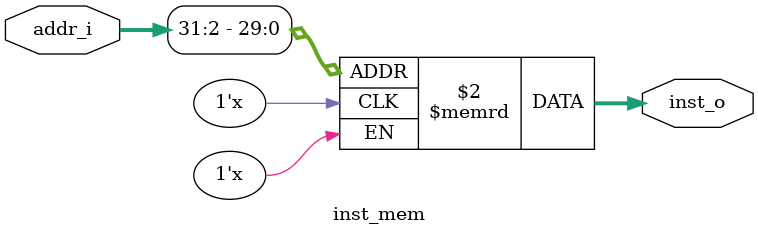
<source format=sv>

module inst_mem #(
   parameter REG_SIZE = 32,
   parameter MEM_SIZE_IN_KB = 1,   //size of the inst memory
   parameter NO_OF_REGS = MEM_SIZE_IN_KB * 1024 / 4    //4 bytes in 32 bits
)(
   input  logic [REG_SIZE-1:0] addr_i,     //PC will be given in place of it
   output logic [REG_SIZE-1:0] inst_o
);

   logic [REG_SIZE-1:0] inst_mem [0:NO_OF_REGS-1];
   
   always_comb begin 
      inst_o = inst_mem[addr_i[REG_SIZE-1:2]];  //making it byte addressible
   end

endmodule
</source>
